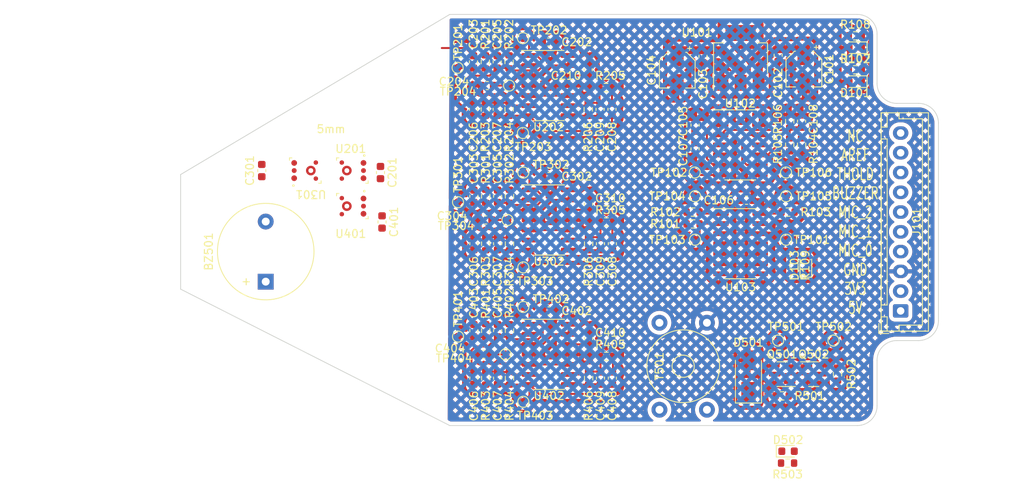
<source format=kicad_pcb>
(kicad_pcb (version 20211014) (generator pcbnew)
  (layers (0 "F.Cu" signal) (31 "B.Cu" signal) (34 "B.Paste" user) (35 "F.Paste" user) (36 "B.SilkS" user "B.Silkscreen") (37 "F.SilkS" user "F.Silkscreen") (38 "B.Mask" user) (39 "F.Mask" user) (44 "Edge.Cuts" user))
  (net 0 "")
  (net 1 "Net-(BZ501-Pad1)")
  (net 2 "Net-(BZ501-Pad2)")
  (net 3 "+5V")
  (net 4 "GND")
  (net 5 "+3V3")
  (net 6 "OPERATING_POINT")
  (net 7 "Net-(C108-Pad1)")
  (net 8 "Net-(C203-Pad1)")
  (net 9 "Net-(C203-Pad2)")
  (net 10 "Net-(C204-Pad2)")
  (net 11 "Net-(C205-Pad1)")
  (net 12 "Net-(C205-Pad2)")
  (net 13 "Net-(C206-Pad2)")
  (net 14 "Net-(C207-Pad1)")
  (net 15 "Net-(C207-Pad2)")
  (net 16 "Net-(C208-Pad2)")
  (net 17 "Net-(C209-Pad1)")
  (net 18 "MIC_0")
  (net 19 "Net-(C303-Pad1)")
  (net 20 "Net-(C303-Pad2)")
  (net 21 "Net-(C304-Pad2)")
  (net 22 "Net-(C305-Pad1)")
  (net 23 "Net-(C305-Pad2)")
  (net 24 "Net-(C306-Pad2)")
  (net 25 "Net-(C307-Pad1)")
  (net 26 "Net-(C307-Pad2)")
  (net 27 "Net-(C308-Pad2)")
  (net 28 "Net-(C309-Pad1)")
  (net 29 "MIC_1")
  (net 30 "Net-(C403-Pad1)")
  (net 31 "Net-(C403-Pad2)")
  (net 32 "Net-(C404-Pad2)")
  (net 33 "Net-(C405-Pad1)")
  (net 34 "Net-(C405-Pad2)")
  (net 35 "Net-(C406-Pad2)")
  (net 36 "Net-(C407-Pad1)")
  (net 37 "Net-(C407-Pad2)")
  (net 38 "Net-(C408-Pad2)")
  (net 39 "Net-(C409-Pad1)")
  (net 40 "MIC_2")
  (net 41 "Net-(D501-Pad1)")
  (net 42 "OUT_0")
  (net 43 "OUT_1")
  (net 44 "OUT_2")
  (net 45 "PIEZO")
  (net 46 "THRESHOLD_MCU")
  (net 47 "AREF")
  (net 49 "Net-(D101-Pad1)")
  (net 50 "THRESHOLD_OP")
  (net 51 "Net-(U102-Pad1)")
  (net 52 "Net-(U102-Pad12)")
  (net 55 "Net-(D102-Pad1)")
  (net 56 "Net-(D103-Pad1)")
  (net 57 "Net-(D502-Pad1)")
  (net 58 "Net-(R501-Pad2)")
  (net 59 "Net-(Q502-Pad1)")
  (net 60 "Net-(Q502-Pad3)")
  (footprint "Capacitor_SMD:C_0603_1608Metric" (layer "F.Cu") (at 189.05 55 90)
    (fp_text reference "C310")
    (fp_text value "100n")
  )
  (footprint "Capacitor_SMD:C_0603_1608Metric" (layer "F.Cu") (at 174.5 37 -90)
    (fp_text reference "C203")
    (fp_text value "C_Small")
  )
  (footprint "Resistor_SMD:R_0603_1608Metric" (layer "F.Cu") (at 213.5 79.25 180)
    (fp_text reference "R501")
    (fp_text value "220R")
  )
  (footprint "Resistor_SMD:R_0603_1608Metric" (layer "F.Cu") (at 189.05 60 -90)
    (fp_text reference "R306")
    (fp_text value "R_Small")
  )
  (footprint "Resistor_SMD:R_0603_1608Metric" (layer "F.Cu") (at 214.19 87.75 180)
    (fp_text reference "R503")
    (fp_text value "1k")
  )
  (footprint "Package_TO_SOT_SMD:SOT-23" (layer "F.Cu") (at 213.5 76.5 180)
    (fp_text reference "Q501")
    (fp_text value "Q_PNP_BCE")
  )
  (footprint "LED_SMD:LED_0603_1608Metric" (layer "F.Cu") (at 222.75 35.21 180)
    (fp_text reference "D102")
    (fp_text value "3V3")
  )
  (footprint "Capacitor_SMD:C_0603_1608Metric" (layer "F.Cu") (at 190.55 77 -90)
    (fp_text reference "C409")
    (fp_text value "C_Small")
  )
  (footprint "Capacitor_SMD:CP_Elec_4x3" (layer "F.Cu") (at 200.25 38.05 -90)
    (fp_text reference "C104")
    (fp_text value "10u")
  )
  (footprint "Resistor_SMD:R_0603_1608Metric" (layer "F.Cu") (at 191.25 40.25 180)
    (fp_text reference "R205")
    (fp_text value "R_Small")
  )
  (footprint "Capacitor_SMD:C_0603_1608Metric" (layer "F.Cu") (at 184.05 68.5)
    (fp_text reference "C402")
    (fp_text value "100n")
  )
  (footprint "Transformer_THT:Transformer_Toroid_Horizontal_D9.0mm_Amidon-T30" (layer "F.Cu") (at 198 70 -90)
    (fp_text reference "T501")
    (fp_text value "Transformer_1P_1S")
  )
  (footprint "Package_TO_SOT_SMD:SOT-23" (layer "F.Cu") (at 217.5 76.5)
    (fp_text reference "Q502")
    (fp_text value "BC848")
  )
  (footprint "Capacitor_SMD:CP_Elec_4x3" (layer "F.Cu") (at 216.25 37.9125 -90)
    (fp_text reference "C101")
    (fp_text value "10u")
  )
  (footprint "Package_TO_SOT_SMD:SOT-223-3_TabPin2" (layer "F.Cu") (at 208.25 36.5 90)
    (fp_text reference "U101")
    (fp_text value "LM1117-3.3")
  )
  (footprint "Capacitor_SMD:C_0603_1608Metric" (layer "F.Cu") (at 190.5 43 -90)
    (fp_text reference "C209")
    (fp_text value "C_Small")
  )
  (footprint "Resistor_SMD:R_0603_1608Metric" (layer "F.Cu") (at 220.5 76.5 90)
    (fp_text reference "R502")
    (fp_text value "2.2k")
  )
  (footprint "Resistor_SMD:R_0603_1608Metric" (layer "F.Cu") (at 179.05 54 -90)
    (fp_text reference "R302")
    (fp_text value "R_Small")
  )
  (footprint "Capacitor_SMD:C_0603_1608Metric" (layer "F.Cu") (at 213 36.1625 -90)
    (fp_text reference "C102")
    (fp_text value "100n")
  )
  (footprint "Capacitor_SMD:C_0603_1608Metric" (layer "F.Cu") (at 176.25 40)
    (fp_text reference "C204")
    (fp_text value "1n")
  )
  (footprint "Capacitor_SMD:C_0603_1608Metric" (layer "F.Cu") (at 177.5 37 -90)
    (fp_text reference "C205")
    (fp_text value "C_Small")
  )
  (footprint "Capacitor_SMD:C_0603_1608Metric" (layer "F.Cu") (at 177.5 43 -90)
    (fp_text reference "C207")
    (fp_text value "C_Small")
  )
  (footprint "Resistor_SMD:R_0603_1608Metric" (layer "F.Cu") (at 214.46 44.5 90)
    (fp_text reference "R106")
    (fp_text value "100k")
  )
  (footprint "Capacitor_SMD:C_0603_1608Metric" (layer "F.Cu") (at 177.55 54 -90)
    (fp_text reference "C305")
    (fp_text value "C_Small")
  )
  (footprint "Resistor_SMD:R_0603_1608Metric" (layer "F.Cu") (at 202.25 56)
    (fp_text reference "R102")
    (fp_text value "100k")
  )
  (footprint "Resistor_SMD:R_0603_1608Metric" (layer "F.Cu") (at 176 43 90)
    (fp_text reference "R203")
    (fp_text value "500R")
  )
  (footprint "Capacitor_SMD:C_0603_1608Metric" (layer "F.Cu") (at 202.5 48 -90)
    (fp_text reference "C107")
    (fp_text value "100n")
  )
  (footprint "Resistor_SMD:R_0603_1608Metric" (layer "F.Cu") (at 179 37 -90)
    (fp_text reference "R202")
    (fp_text value "R_Small")
  )
  (footprint "TestPoint:TestPoint_Pad_D1.0mm" (layer "F.Cu") (at 214 51)
    (fp_text reference "TP106")
    (fp_text value "TestPoint")
  )
  (footprint "Capacitor_SMD:C_0603_1608Metric" (layer "F.Cu") (at 184 34.5)
    (fp_text reference "C202")
    (fp_text value "100n")
  )
  (footprint "LED_SMD:LED_0603_1608Metric" (layer "F.Cu") (at 222.75 39.5 180)
    (fp_text reference "D101")
    (fp_text value "5V")
  )
  (footprint "Capacitor_SMD:C_0603_1608Metric" (layer "F.Cu") (at 147.75 50.75 -90)
    (fp_text reference "C301")
    (fp_text value "100n")
  )
  (footprint "TestPoint:TestPoint_Pad_D1.0mm" (layer "F.Cu") (at 178.8 57)
    (fp_text reference "TP304")
    (fp_text value "TestPoint")
  )
  (footprint "LED_SMD:LED_0603_1608Metric" (layer "F.Cu") (at 214.25 86.25)
    (fp_text reference "D502")
    (fp_text value "BLUE")
  )
  (footprint "Capacitor_SMD:C_0603_1608Metric" (layer "F.Cu") (at 192.05 77 90)
    (fp_text reference "C408")
    (fp_text value "C_Small")
  )
  (footprint "Capacitor_SMD:C_0603_1608Metric" (layer "F.Cu") (at 177.55 71 -90)
    (fp_text reference "C405")
    (fp_text value "C_Small")
  )
  (footprint "Capacitor_SMD:C_0603_1608Metric" (layer "F.Cu") (at 190.55 60 -90)
    (fp_text reference "C309")
    (fp_text value "C_Small")
  )
  (footprint "Resistor_SMD:R_0603_1608Metric" (layer "F.Cu") (at 215.96 47.5 -90)
    (fp_text reference "R104")
    (fp_text value "100k")
  )
  (footprint "Resistor_SMD:R_0603_1608Metric" (layer "F.Cu") (at 214.46 47.5 90)
    (fp_text reference "R105")
    (fp_text value "100k")
  )
  (footprint "Resistor_SMD:R_0603_1608Metric" (layer "F.Cu") (at 179 43 -90)
    (fp_text reference "R204")
    (fp_text value "R_Small")
  )
  (footprint "Package_SO:SOIC-14_3.9x8.7mm_P1.27mm" (layer "F.Cu") (at 184.05 74)
    (fp_text reference "U402")
    (fp_text value "MCP6L04x-xSL")
  )
  (footprint "Capacitor_SMD:C_0603_1608Metric" (layer "F.Cu") (at 176.05 57)
    (fp_text reference "C304")
    (fp_text value "1n")
  )
  (footprint "Package_SO:SOIC-14_3.9x8.7mm_P1.27mm" (layer "F.Cu") (at 208.21 47.5)
    (fp_text reference "U102")
    (fp_text value "MCP6L04x-xSL")
  )
  (footprint "Capacitor_SMD:C_0603_1608Metric" (layer "F.Cu") (at 174.55 77 -90)
    (fp_text reference "C406")
    (fp_text value "C_Small")
  )
  (footprint "Resistor_SMD:R_0603_1608Metric" (layer "F.Cu") (at 176.05 71 90)
    (fp_text reference "R401")
    (fp_text value "500R")
  )
  (footprint "Resistor_SMD:R_0603_1608Metric" (layer "F.Cu") (at 214.25 56 180)
    (fp_text reference "R103")
    (fp_text value "100k")
  )
  (footprint "Resistor_SMD:R_0603_1608Metric" (layer "F.Cu") (at 222.75 38)
    (fp_text reference "R107")
    (fp_text value "4.7k")
  )
  (footprint "TestPoint:TestPoint_Pad_D1.0mm" (layer "F.Cu") (at 172.55 54.75)
    (fp_text reference "TP301")
    (fp_text value "TestPoint")
  )
  (footprint "TestPoint:TestPoint_Pad_D1.0mm" (layer "F.Cu") (at 178.55 74)
    (fp_text reference "TP404")
    (fp_text value "TestPoint")
  )
  (footprint "Capacitor_SMD:C_0603_1608Metric" (layer "F.Cu") (at 175.8 74)
    (fp_text reference "C404")
    (fp_text value "1n")
  )
  (footprint "TestPoint:TestPoint_Pad_D1.0mm" (layer "F.Cu") (at 180.8 80)
    (fp_text reference "TP403")
    (fp_text value "TestPoint")
  )
  (footprint "Resistor_SMD:R_0603_1608Metric" (layer "F.Cu") (at 191.3 74.25 180)
    (fp_text reference "R405")
    (fp_text value "R_Small")
  )
  (footprint "Capacitor_SMD:C_0603_1608Metric" (layer "F.Cu") (at 203.5 36.3 -90)
    (fp_text reference "C103")
    (fp_text value "100n")
  )
  (footprint "Capacitor_SMD:C_0603_1608Metric" (layer "F.Cu") (at 189.05 72 90)
    (fp_text reference "C410")
    (fp_text value "100n")
  )
  (footprint "Capacitor_SMD:C_0603_1608Metric" (layer "F.Cu") (at 192.05 60 90)
    (fp_text reference "C308")
    (fp_text value "C_Small")
  )
  (footprint "Capacitor_SMD:C_0603_1608Metric" (layer "F.Cu") (at 177.55 60 -90)
    (fp_text reference "C307")
    (fp_text value "C_Small")
  )
  (footprint "Package_SO:SOIC-14_3.9x8.7mm_P1.27mm" (layer "F.Cu") (at 184.05 57)
    (fp_text reference "U302")
    (fp_text value "MCP6L04x-xSL")
  )
  (footprint "TestPoint:TestPoint_Pad_D1.0mm" (layer "F.Cu") (at 202.5 54)
    (fp_text reference "TP104")
    (fp_text value "TestPoint")
  )
  (footprint "TestPoint:TestPoint_Pad_D1.0mm" (layer "F.Cu") (at 180.8 68)
    (fp_text reference "TP402")
    (fp_text value "TestPoint")
  )
  (footprint "Resistor_SMD:R_0603_1608Metric" (layer "F.Cu") (at 176.05 77 90)
    (fp_text reference "R403")
    (fp_text value "500R")
  )
  (footprint "TestPoint:TestPoint_Pad_D1.0mm" (layer "F.Cu") (at 180.8 63)
    (fp_text reference "TP303")
    (fp_text value "TestPoint")
  )
  (footprint "Buzzer_Beeper:Buzzer_12x9.5RM7.6" (layer "F.Cu") (at 148.25 64.8 90)
    (fp_text reference "BZ501")
    (fp_text value "Buzzer")
  )
  (footprint "Capacitor_SMD:C_0603_1608Metric" (layer "F.Cu") (at 189 38 90)
    (fp_text reference "C210")
    (fp_text value "100n")
  )
  (footprint "TestPoint:TestPoint_Pad_D1.0mm" (layer "F.Cu") (at 214 59.5)
    (fp_text reference "TP101")
    (fp_text value "TestPoint")
  )
  (footprint "Capacitor_SMD:C_0603_1608Metric" (layer "F.Cu") (at 184.05 51.5)
    (fp_text reference "C302")
    (fp_text value "100n")
  )
  (footprint "Package_SO:SOIC-14_3.9x8.7mm_P1.27mm" (layer "F.Cu") (at 208.25 60)
    (fp_text reference "U103")
    (fp_text value "LM239D")
  )
  (footprint "Resistor_SMD:R_0603_1608Metric" (layer "F.Cu") (at 176.05 54 90)
    (fp_text reference "R301")
    (fp_text value "500R")
  )
  (footprint "TestPoint:TestPoint_Pad_D1.0mm" (layer "F.Cu") (at 213 72.25 -90)
    (fp_text reference "TP501")
    (fp_text value "TestPoint")
  )
  (footprint "Capacitor_SMD:C_0603_1608Metric" (layer "F.Cu") (at 174.55 60 -90)
    (fp_text reference "C306")
    (fp_text value "C_Small")
  )
  (footprint "Resistor_SMD:R_0603_1608Metric" (layer "F.Cu") (at 222.75 33.71)
    (fp_text reference "R108")
    (fp_text value "2.2k")
  )
  (footprint "Capacitor_SMD:C_0603_1608Metric" (layer "F.Cu") (at 177.55 77 -90)
    (fp_text reference "C407")
    (fp_text value "C_Small")
  )
  (footprint "SPU0410:SPU0410LR5H-QB" (layer "F.Cu") (at 153.95 50.75 90)
    (fp_text reference "U301")
    (fp_text value "SPU0410LR5H-QB")
  )
  (footprint "Capacitor_SMD:C_0603_1608Metric" (layer "F.Cu") (at 174.5 43 -90)
    (fp_text reference "C206")
    (fp_text value "C_Small")
  )
  (footprint "Resistor_SMD:R_0603_1608Metric" (layer "F.Cu") (at 179.05 71 -90)
    (fp_text reference "R402")
    (fp_text value "R_Small")
  )
  (footprint "TestPoint:TestPoint_Pad_D1.0mm" (layer "F.Cu") (at 180.75 34)
    (fp_text reference "TP202")
    (fp_text value "TestPoint")
  )
  (footprint "TestPoint:TestPoint_Pad_D1.0mm" (layer "F.Cu") (at 172.5 37.75)
    (fp_text reference "TP201")
    (fp_text value "TestPoint")
  )
  (footprint "LED_SMD:LED_0603_1608Metric" (layer "F.Cu") (at 216.5 62.75 90)
    (fp_text reference "D103")
    (fp_text value "THOLD")
  )
  (footprint "Resistor_SMD:R_0603_1608Metric" (layer "F.Cu") (at 189.05 77 -90)
    (fp_text reference "R406")
    (fp_text value "R_Small")
  )
  (footprint "TestPoint:TestPoint_Pad_D1.0mm" (layer "F.Cu") (at 180.8 51)
    (fp_text reference "TP302")
    (fp_text value "TestPoint")
  )
  (footprint "Resistor_SMD:R_0603_1608Metric" (layer "F.Cu") (at 191.3 57.25 180)
    (fp_text reference "R305")
    (fp_text value "R_Small")
  )
  (footprint "Capacitor_SMD:C_0603_1608Metric" (layer "F.Cu") (at 174.55 71 -90)
    (fp_text reference "C403")
    (fp_text value "C_Small")
  )
  (footprint "Capacitor_SMD:C_0603_1608Metric" (layer "F.Cu") (at 162.95 57.25 90)
    (fp_text reference "C401")
    (fp_text value "100n")
  )
  (footprint "Resistor_SMD:R_0603_1608Metric" (layer "F.Cu") (at 215 62.75 -90)
    (fp_text reference "R109")
    (fp_text value "1k")
  )
  (footprint "Resistor_SMD:R_0603_1608Metric" (layer "F.Cu") (at 189 43 -90)
    (fp_text reference "R206")
    (fp_text value "R_Small")
  )
  (footprint "TestPoint:TestPoint_Pad_D1.0mm" (layer "F.Cu") (at 180.75 46)
    (fp_text reference "TP203")
    (fp_text value "TestPoint")
  )
  (footprint "Resistor_SMD:R_0603_1608Metric" (layer "F.Cu") (at 179.05 77 -90)
    (fp_text reference "R404")
    (fp_text value "R_Small")
  )
  (footprint "Resistor_SMD:R_0603_1608Metric" (layer "F.Cu") (at 176.05 60 90)
    (fp_text reference "R303")
    (fp_text value "500R")
  )
  (footprint "TestPoint:TestPoint_Pad_D1.0mm" (layer "F.Cu") (at 220 72.25 -90)
    (fp_text reference "TP502")
    (fp_text value "TestPoint")
  )
  (footprint "Diode_SMD:D_SMA" (layer "F.Cu") (at 209.25 76.75 90)
    (fp_text reference "D501")
    (fp_text value "US1M")
  )
  (footprint "Resistor_SMD:R_0603_1608Metric" (layer "F.Cu") (at 179.05 60 -90)
    (fp_text reference "R304")
    (fp_text value "R_Small")
  )
  (footprint "SPU0410:SPU0410LR5H-QB" (layer "F.Cu") (at 158.5 50.75 -90)
    (fp_text reference "U201")
    (fp_text value "SPU0410LR5H-QB")
  )
  (footprint "Capacitor_SMD:C_0603_1608Metric" (layer "F.Cu") (at 162.75 51 90)
    (fp_text reference "C201")
    (fp_text value "100n")
  )
  (footprint "TestPoint:TestPoint_Pad_D1.0mm" (layer "F.Cu") (at 172.55 71.75)
    (fp_text reference "TP401")
    (fp_text value "TestPoint")
  )
  (footprint "Connector_JST:JST_XH_B10B-XH-A_1x10_P2.50mm_Vertical" (layer "F.Cu") (at 228.475 68.5 90)
    (fp_text reference "J101")
    (fp_text value "Conn_01x10")
  )
  (footprint "SPU0410:SPU0410LR5H-QB" (layer "F.Cu") (at 158.5 55.25 -90)
    (fp_text reference "U401")
    (fp_text value "SPU0410LR5H-QB")
  )
  (footprint "TestPoint:TestPoint_Pad_D1.0mm" (layer "F.Cu") (at 202.5 59.5)
    (fp_text reference "TP103")
    (fp_text value "TestPoint")
  )
  (footprint "TestPoint:TestPoint_Pad_D1.0mm" (layer "F.Cu") (at 179 40)
    (fp_text reference "TP204")
    (fp_text value "TestPoint")
  )
  (footprint "Capacitor_SMD:C_0603_1608Metric" (layer "F.Cu") (at 202.5 45 90)
    (fp_text reference "C105")
    (fp_text value "100n")
  )
  (footprint "TestPoint:TestPoint_Pad_D1.0mm" (layer "F.Cu") (at 202.46 51)
    (fp_text reference "TP102")
    (fp_text value "TestPoint")
  )
  (footprint "Resistor_SMD:R_0603_1608Metric" (layer "F.Cu") (at 202.25 57.5)
    (fp_text reference "R101")
    (fp_text value "100k")
  )
  (footprint "Package_SO:SOIC-14_3.9x8.7mm_P1.27mm" (layer "F.Cu") (at 184 40)
    (fp_text reference "U202")
    (fp_text value "MCP6L04x-xSL")
  )
  (footprint "TestPoint:TestPoint_Pad_D1.0mm" (layer "F.Cu") (at 214 54)
    (fp_text reference "TP105")
    (fp_text value "TestPoint")
  )
  (footprint "Capacitor_SMD:C_0603_1608Metric" (layer "F.Cu") (at 209 54.5)
    (fp_text reference "C106")
    (fp_text value "100n")
  )
  (footprint "Resistor_SMD:R_0603_1608Metric" (layer "F.Cu") (at 176 37 90)
    (fp_text reference "R201")
    (fp_text value "500R")
  )
  (footprint "Capacitor_SMD:C_0603_1608Metric" (layer "F.Cu") (at 215.96 44.5 90)
    (fp_text reference "C108")
    (fp_text value "100n")
  )
  (footprint "Capacitor_SMD:C_0603_1608Metric" (layer "F.Cu") (at 192 43 90)
    (fp_text reference "C208")
    (fp_text value "C_Small")
  )
  (footprint "Capacitor_SMD:C_0603_1608Metric" (layer "F.Cu") (at 174.55 54 -90)
    (fp_text reference "C303")
    (fp_text value "C_Small")
  )
  (gr_line (start 225.5 74.75) (end 225.5 80.5) (layer "Edge.Cuts") (width 0.1))
  (gr_line (start 228 42.25) (end 230.75 42.25) (layer "Edge.Cuts") (width 0.1))
  (gr_arc (start 225.5 74.75) (mid 226.232233 72.982233) (end 228 72.25) (layer "Edge.Cuts") (width 0.1))
  (gr_line (start 171.5 83) (end 137.5 65.75) (layer "Edge.Cuts") (width 0.1))
  (gr_line (start 137.5 65.75) (end 137.5 51.25) (layer "Edge.Cuts") (width 0.1))
  (gr_arc (start 225.5 80.5) (mid 224.767767 82.267767) (end 223 83) (layer "Edge.Cuts") (width 0.1))
  (gr_line (start 233.25 44.75) (end 233.25 69.75) (layer "Edge.Cuts") (width 0.1))
  (gr_line (start 171.5 31) (end 223 31) (layer "Edge.Cuts") (width 0.1))
  (gr_arc (start 233.25 69.75) (mid 232.517767 71.517767) (end 230.75 72.25) (layer "Edge.Cuts") (width 0.1))
  (gr_arc (start 230.75 42.25) (mid 232.517767 42.982233) (end 233.25 44.75) (layer "Edge.Cuts") (width 0.1))
  (gr_line (start 230.75 72.25) (end 228 72.25) (layer "Edge.Cuts") (width 0.1))
  (gr_line (start 223 83) (end 171.5 83) (layer "Edge.Cuts") (width 0.1))
  (gr_arc (start 228 42.25) (mid 226.232233 41.517767) (end 225.5 39.75) (layer "Edge.Cuts") (width 0.1))
  (gr_line (start 225.5 33.5) (end 225.5 39.75) (layer "Edge.Cuts") (width 0.1))
  (gr_arc (start 223 31) (mid 224.767767 31.732233) (end 225.5 33.5) (layer "Edge.Cuts") (width 0.1))
  (gr_line (start 137.5 51.25) (end 171.5 31) (layer "Edge.Cuts") (width 0.1))
  (gr_text "5mm\n" (at 156.5 45.5) (layer "F.SilkS") (effects (font (size 1 1))))
  (gr_text "NC\nAREF\nTHOLD\nBUZZER\nMIC_2\nMIC_1\nMIC_0\nGND\n3V3\n5V" (at 222.75 57.25) (layer "F.SilkS") (effects (font (size 1.5 1))))
  (segment (start 215.525 35.3875) (end 216.25 36.1125) (width 1) (layer "F.Cu") (net 3))
  (segment (start 212.766852 35.3875) (end 213 35.3875) (width 1) (layer "F.Cu") (net 3))
  (segment (start 213 35.3875) (end 215.525 35.3875) (width 1) (layer "F.Cu") (net 3))
  (segment (start 210.55 37.604352) (end 212.766852 35.3875) (width 1) (layer "F.Cu") (net 3))
  (segment (start 210.55 39.65) (end 210.55 37.604352) (width 1) (layer "F.Cu") (net 3))
  (segment (start 208.25 37.75) (end 208.25 39.65) (width 1) (layer "F.Cu") (net 5))
  (segment (start 206.025 35.525) (end 208.25 37.75) (width 1) (layer "F.Cu") (net 5))
  (segment (start 203.5 35.525) (end 200.975 35.525) (width 1) (layer "F.Cu") (net 5))
  (segment (start 200.975 35.525) (end 200.25 36.25) (width 1) (layer "F.Cu") (net 5))
  (segment (start 203.5 35.525) (end 206.025 35.525) (width 1) (layer "F.Cu") (net 5))
  (segment (start 186.525 55.73) (end 189.005 55.73) (width 0.25) (layer "F.Cu") (net 6))
  (segment (start 204 48.725) (end 204 49.25) (width 0.25) (layer "F.Cu") (net 6))
  (segment (start 202.5 47.225) (end 204 48.725) (width 0.25) (layer "F.Cu") (net 6))
  (segment (start 189.005 72.73) (end 186.525 72.73) (width 0.25) (layer "F.Cu") (net 6))
  (segment (start 202.46 51) (end 202.77 51.31) (width 0.25) (layer "F.Cu") (net 6))
  (segment (start 204.79 50.04) (end 205.735 50.04) (width 0.25) (layer "F.Cu") (net 6))
  (segment (start 189.05 72.775) (end 189.005 72.73) (width 0.25) (layer "F.Cu") (net 6))
  (segment (start 205.735 51.31) (end 205.735 50.04) (width 0.25) (layer "F.Cu") (net 6))
  (segment (start 188.955 38.73) (end 189 38.775) (width 0.25) (layer "F.Cu") (net 6))
  (segment (start 202.77 51.31) (end 205.735 51.31) (width 0.25) (layer "F.Cu") (net 6))
  (segment (start 186.475 38.73) (end 188.955 38.73) (width 0.25) (layer "F.Cu") (net 6))
  (segment (start 189.005 55.73) (end 189.05 55.775) (width 0.25) (layer "F.Cu") (net 6))
  (segment (start 204 49.25) (end 204.79 50.04) (width 0.25) (layer "F.Cu") (net 6))
  (segment (start 215.96 45.275) (end 214.51 45.275) (width 0.25) (layer "F.Cu") (net 7))
  (segment (start 206.36 45.605) (end 214.18 45.605) (width 0.25) (layer "F.Cu") (net 7))
  (segment (start 214.51 45.275) (end 214.46 45.325) (width 0.25) (layer "F.Cu") (net 7))
  (segment (start 214.18 45.605) (end 214.46 45.325) (width 0.25) (layer "F.Cu") (net 7))
  (segment (start 214.46 46.675) (end 214.46 45.325) (width 0.25) (layer "F.Cu") (net 7))
  (segment (start 205.735 46.23) (end 206.36 45.605) (width 0.25) (layer "F.Cu") (net 7))
  (segment (start 173.5 35.25) (end 170.5 35.25) (width 0.25) (layer "F.Cu") (net 8))
  (segment (start 174.5 36.225) (end 174.475 36.225) (width 0.25) (layer "F.Cu") (net 8))
  (segment (start 174.475 36.225) (end 173.5 35.25) (width 0.25) (layer "F.Cu") (net 8))
  (segment (start 174.55 37.825) (end 174.5 37.775) (width 0.25) (layer "F.Cu") (net 9))
  (segment (start 176 37.825) (end 174.55 37.825) (width 0.25) (layer "F.Cu") (net 9))
  (segment (start 172.5 37.75) (end 172.525 37.775) (width 0.25) (layer "F.Cu") (net 9))
  (segment (start 172.525 37.775) (end 174.5 37.775) (width 0.25) (layer "F.Cu") (net 9))
  (segment (start 179 40) (end 180.27 41.27) (width 0.25) (layer "F.Cu") (net 10))
  (segment (start 183.27 38.73) (end 184.54 37.46) (width 0.25) (layer "F.Cu") (net 10))
  (segment (start 181.525 38.73) (end 183.27 38.73) (width 0.25) (layer "F.Cu") (net 10))
  (segment (start 180.27 41.27) (end 181.525 41.27) (width 0.25) (layer "F.Cu") (net 10))
  (segment (start 181.525 41.27) (end 186.475 41.27) (width 0.25) (layer "F.Cu") (net 10))
  (segment (start 184.54 37.46) (end 186.475 37.46) (width 0.25) (layer "F.Cu") (net 10))
  (segment (start 186.475 36.19) (end 186.475 37.46) (width 0.25) (layer "F.Cu") (net 10))
  (segment (start 181.525 38.73) (end 180.27 38.73) (width 0.25) (layer "F.Cu") (net 10))
  (segment (start 179 40) (end 177.025 40) (width 0.25) (layer "F.Cu") (net 10))
  (segment (start 180.27 38.73) (end 179 40) (width 0.25) (layer "F.Cu") (net 10))
  (segment (start 180.285 37.46) (end 179 36.175) (width 0.25) (layer "F.Cu") (net 11))
  (segment (start 179 36.175) (end 176 36.175) (width 0.25) (layer "F.Cu") (net 11))
  (segment (start 177.535 36.19) (end 177.5 36.225) (width 0.25) (layer "F.Cu") (net 11))
  (segment (start 181.525 37.46) (end 180.285 37.46) (width 0.25) (layer "F.Cu") (net 11))
  (segment (start 179 37.825) (end 179.26 38.085) (width 0.25) (layer "F.Cu") (net 12))
  (segment (start 182.715 38.085) (end 183.05 37.75) (width 0.25) (layer "F.Cu") (net 12))
  (segment (start 183.05 37.75) (end 183.05 36.75) (width 0.25) (layer "F.Cu") (net 12))
  (segment (start 173.05 41.5) (end 173.775 42.225) (width 0.25) (layer "F.Cu") (net 12))
  (segment (start 173.05 39.75) (end 173.05 41.5) (width 0.25) (layer "F.Cu") (net 12))
  (segment (start 178.95 37.775) (end 179 37.825) (width 0.25) (layer "F.Cu") (net 12))
  (segment (start 180.75 34) (end 181.525 34.775) (width 0.25) (layer "F.Cu") (net 12))
  (segment (start 177.5 37.775) (end 178.95 37.775) (width 0.25) (layer "F.Cu") (net 12))
  (segment (start 179.26 38.085) (end 182.715 38.085) (width 0.25) (layer "F.Cu") (net 12))
  (segment (start 182.49 36.19) (end 181.525 36.19) (width 0.25) (layer "F.Cu") (net 12))
  (segment (start 176.525 38.75) (end 174.05 38.75) (width 0.25) (layer "F.Cu") (net 12))
  (segment (start 181.525 34.775) (end 181.525 36.19) (width 0.25) (layer "F.Cu") (net 12))
  (segment (start 174.05 38.75) (end 173.05 39.75) (width 0.25) (layer "F.Cu") (net 12))
  (segment (start 183.05 36.75) (end 182.49 36.19) (width 0.25) (layer "F.Cu") (net 12))
  (segment (start 177.5 37.775) (end 176.525 38.75) (width 0.25) (layer "F.Cu") (net 12))
  (segment (start 173.775 42.225) (end 174.5 42.225) (width 0.25) (layer "F.Cu") (net 12))
  (segment (start 176 43.825) (end 174.55 43.825) (width 0.25) (layer "F.Cu") (net 13))
  (segment (start 174.55 43.825) (end 174.5 43.775) (width 0.25) (layer "F.Cu") (net 13))
  (segment (start 176 42.175) (end 179 42.175) (width 0.25) (layer "F.Cu") (net 14))
  (segment (start 181.525 42.54) (end 179.365 42.54) (width 0.25) (layer "F.Cu") (net 14))
  (segment (start 179.365 42.54) (end 179 42.175) (width 0.25) (layer "F.Cu") (net 14))
  (segment (start 181.525 43.81) (end 177.535 43.81) (width 0.25) (layer "F.Cu") (net 15))
  (segment (start 180.75 46) (end 181.525 45.225) (width 0.25) (layer "F.Cu") (net 15))
  (segment (start 177.535 43.81) (end 177.5 43.775) (width 0.25) (layer "F.Cu") (net 15))
  (segment (start 192 44.75) (end 191 45.75) (width 0.25) (layer "F.Cu") (net 15))
  (segment (start 191 45.75) (end 183.465 45.75) (width 0.25) (layer "F.Cu") (net 15))
  (segment (start 192 43.775) (end 192 44.75) (width 0.25) (layer "F.Cu") (net 15))
  (segment (start 181.525 45.225) (end 181.525 43.81) (width 0.25) (layer "F.Cu") (net 15))
  (segment (start 183.465 45.75) (end 181.525 43.81) (width 0.25) (layer "F.Cu") (net 15))
  (segment (start 192 40.325) (end 192.075 40.25) (width 0.25) (layer "F.Cu") (net 16))
  (segment (start 192 42.225) (end 192 40.325) (width 0.25) (layer "F.Cu") (net 16))
  (segment (start 186.475 42.54) (end 188.635 42.54) (width 0.25) (layer "F.Cu") (net 17))
  (segment (start 189 42.175) (end 190.45 42.175) (width 0.25) (layer "F.Cu") (net 17))
  (segment (start 188.635 42.54) (end 189 42.175) (width 0.25) (layer "F.Cu") (net 17))
  (segment (start 190.425 40.25) (end 190.425 42.15) (width 0.25) (layer "F.Cu") (net 17))
  (segment (start 190.45 42.175) (end 190.5 42.225) (width 0.25) (layer "F.Cu") (net 17))
  (segment (start 190.425 42.15) (end 190.5 42.225) (width 0.25) (layer "F.Cu") (net 17))
  (segment (start 190.45 43.825) (end 190.5 43.775) (width 0.25) (layer "F.Cu") (net 18))
  (segment (start 188.985 43.81) (end 189 43.825) (width 0.25) (layer "F.Cu") (net 18))
  (segment (start 189 43.825) (end 190.45 43.825) (width 0.25) (layer "F.Cu") (net 18))
  (segment (start 186.475 43.81) (end 188.985 43.81) (width 0.25) (layer "F.Cu") (net 18))
  (segment (start 175.975 54.75) (end 172.55 54.75) (width 0.25) (layer "F.Cu") (net 20))
  (segment (start 176.05 54.825) (end 175.975 54.75) (width 0.25) (layer "F.Cu") (net 20))
  (segment (start 178.8 57) (end 180.07 55.73) (width 0.25) (layer "F.Cu") (net 21))
  (segment (start 183.27 55.73) (end 184.54 54.46) (width 0.25) (layer "F.Cu") (net 21))
  (segment (start 176.825 57) (end 178.8 57) (width 0.25) (layer "F.Cu") (net 21))
  (segment (start 181.575 58.27) (end 186.525 58.27) (width 0.25) (layer "F.Cu") (net 21))
  (segment (start 186.525 54.46) (end 186.525 53.19) (width 0.25) (layer "F.Cu") (net 21))
  (segment (start 180.07 58.27) (end 181.575 58.27) (width 0.25) (layer "F.Cu") (net 21))
  (segment (start 184.54 54.46) (end 186.525 54.46) (width 0.25) (layer "F.Cu") (net 21))
  (segment (start 181.575 55.73) (end 183.27 55.73) (width 0.25) (layer "F.Cu") (net 21))
  (segment (start 180.07 55.73) (end 181.575 55.73) (width 0.25) (layer "F.Cu") (net 21))
  (segment (start 178.8 57) (end 180.07 58.27) (width 0.25) (layer "F.Cu") (net 21))
  (segment (start 179.05 53.175) (end 180.335 54.46) (width 0.25) (layer "F.Cu") (net 22))
  (segment (start 180.335 54.46) (end 181.575 54.46) (width 0.25) (layer "F.Cu") (net 22))
  (segment (start 176.05 53.175) (end 179.05 53.175) (width 0.25) (layer "F.Cu") (net 22))
  (segment (start 181.575 51.775) (end 181.575 53.19) (width 0.25) (layer "F.Cu") (net 23))
  (segment (start 183 53.75) (end 182.44 53.19) (width 0.25) (layer "F.Cu") (net 23))
  (segment (start 177.6 54.825) (end 177.55 54.775) (width 0.25) (layer "F.Cu") (net 23))
  (segment (start 180.8 51) (end 181.575 51.775) (width 0.25) (layer "F.Cu") (net 23))
  (segment (start 183 54.681751) (end 183 53.75) (width 0.25) (layer "F.Cu") (net 23))
  (segment (start 179.33 55.105) (end 182.576751 55.105) (width 0.25) (layer "F.Cu") (net 23))
  (segment (start 182.44 53.19) (end 181.575 53.19) (width 0.25) (layer "F.Cu") (net 23))
  (segment (start 182.576751 55.105) (end 183 54.681751) (width 0.25) (layer "F.Cu") (net 23))
  (segment (start 179.05 54.825) (end 177.6 54.825) (width 0.25) (layer "F.Cu") (net 23))
  (segment (start 179.05 54.825) (end 179.33 55.105) (width 0.25) (layer "F.Cu") (net 23))
  (segment (start 177.55 59.225) (end 179 59.225) (width 0.25) (layer "F.Cu") (net 25))
  (segment (start 176.05 59.175) (end 177.5 59.175) (width 0.25) (layer "F.Cu") (net 25))
  (segment (start 179.415 59.54) (end 181.575 59.54) (width 0.25) (layer "F.Cu") (net 25))
  (segment (start 177.5 59.175) (end 177.55 59.225) (width 0.25) (layer "F.Cu") (net 25))
  (segment (start 179.05 59.175) (end 179.415 59.54) (width 0.25) (layer "F.Cu") (net 25))
  (segment (start 179 59.225) (end 179.05 59.175) (width 0.25) (layer "F.Cu") (net 25))
  (segment (start 182.315 61.55) (end 181.575 60.81) (width 0.25) (layer "F.Cu") (net 26))
  (segment (start 192.05 60.775) (end 191.275 61.55) (width 0.25) (layer "F.Cu") (net 26))
  (segment (start 181.575 60.81) (end 179.065 60.81) (width 0.25) (layer "F.Cu") (net 26))
  (segment (start 191.275 61.55) (end 182.315 61.55) (width 0.25) (layer "F.Cu") (net 26))
  (segment (start 180.8 63) (end 181.575 62.225) (width 0.25) (layer "F.Cu") (net 26))
  (segment (start 179.05 60.825) (end 177.6 60.825) (width 0.25) (layer "F.Cu") (net 26))
  (segment (start 181.575 62.225) (end 181.575 60.81) (width 0.25) (layer "F.Cu") (net 26))
  (segment (start 177.6 60.825) (end 177.55 60.775) (width 0.25) (layer "F.Cu") (net 26))
  (segment (start 179.065 60.81) (end 179.05 60.825) (width 0.25) (layer "F.Cu") (net 26))
  (segment (start 192.05 59.225) (end 192.05 57.325) (width 0.25) (layer "F.Cu") (net 27))
  (segment (start 192.05 57.325) (end 192.125 57.25) (width 0.25) (layer "F.Cu") (net 27))
  (segment (start 189.05 59.175) (end 190.5 59.175) (width 0.25) (layer "F.Cu") (net 28))
  (segment (start 190.55 59.225) (end 190.55 57.325) (width 0.25) (layer "F.Cu") (net 28))
  (segment (start 190.5 59.175) (end 190.55 59.225) (width 0.25) (layer "F.Cu") (net 28))
  (segment (start 186.525 59.54) (end 188.685 59.54) (width 0.25) (layer "F.Cu") (net 28))
  (segment (start 188.685 59.54) (end 189.05 59.175) (width 0.25) (layer "F.Cu") (net 28))
  (segment (start 190.55 57.325) (end 190.475 57.25) (width 0.25) (layer "F.Cu") (net 28))
  (segment (start 189.05 60.825) (end 190.5 60.825) (width 0.25) (layer "F.Cu") (net 29))
  (segment (start 189.035 60.81) (end 189.05 60.825) (width 0.25) (layer "F.Cu") (net 29))
  (segment (start 186.525 60.81) (end 189.035 60.81) (width 0.25) (layer "F.Cu") (net 29))
  (segment (start 190.5 60.825) (end 190.55 60.775) (width 0.25) (layer "F.Cu") (net 29))
  (segment (start 176.05 71.825) (end 174.6 71.825) (width 0.25) (layer "F.Cu") (net 31))
  (segment (start 174.6 71.825) (end 174.55 71.775) (width 0.25) (layer "F.Cu") (net 31))
  (segment (start 174.55 71.775) (end 172.575 71.775) (width 0.25) (layer "F.Cu") (net 31))
  (segment (start 172.575 71.775) (end 172.55 71.75) (width 0.25) (layer "F.Cu") (net 31))
  (segment (start 183.27 72.73) (end 184.54 71.46) (width 0.25) (layer "F.Cu") (net 32))
  (segment (start 179.82 75.27) (end 181.575 75.27) (width 0.25) (layer "F.Cu") (net 32))
  (segment (start 181.575 75.27) (end 186.525 75.27) (width 0.25) (layer "F.Cu") (net 32))
  (segment (start 176.575 74) (end 178.55 74) (width 0.25) (layer "F.Cu") (net 32))
  (segment (start 178.55 74) (end 179.82 72.73) (width 0.25) (layer "F.Cu") (net 32))
  (segment (start 186.525 71.46) (end 186.525 70.19) (width 0.25) (layer "F.Cu") (net 32))
  (segment (start 184.54 71.46) (end 186.525 71.46) (width 0.25) (layer "F.Cu") (net 32))
  (segment (start 181.575 72.73) (end 183.27 72.73) (width 0.25) (layer "F.Cu") (net 32))
  (segment (start 178.55 74) (end 179.82 75.27) (width 0.25) (layer "F.Cu") (net 32))
  (segment (start 179.82 72.73) (end 181.575 72.73) (width 0.25) (layer "F.Cu") (net 32))
  (segment (start 180.335 71.46) (end 179.05 70.175) (width 0.25) (layer "F.Cu") (net 33))
  (segment (start 181.575 71.46) (end 180.335 71.46) (width 0.25) (layer "F.Cu") (net 33))
  (segment (start 179 70.225) (end 179.05 70.175) (width 0.25) (layer "F.Cu") (net 33))
  (segment (start 176.05 70.175) (end 177.5 70.175) (width 0.25) (layer "F.Cu") (net 33))
  (segment (start 177.5 70.175) (end 177.55 70.225) (width 0.25) (layer "F.Cu") (net 33))
  (segment (start 177.55 70.225) (end 179 70.225) (width 0.25) (layer "F.Cu") (net 33))
  (segment (start 181.575 68.775) (end 180.8 68) (width 0.25) (layer "F.Cu") (net 34))
  (segment (start 179.31 72.085) (end 182.665 72.085) (width 0.25) (layer "F.Cu") (net 34))
  (segment (start 182.94 70.19) (end 181.575 70.19) (width 0.25) (layer "F.Cu") (net 34))
  (segment (start 179.05 71.825) (end 179.31 72.085) (width 0.25) (layer "F.Cu") (net 34))
  (segment (start 183.25 71.5) (end 183.25 70.5) (width 0.25) (layer "F.Cu") (net 34))
  (segment (start 174.55 76.225) (end 174.25 75.925) (width 0.25) (layer "F.Cu") (net 34))
  (segment (start 174.749999 73) (end 176.325 73) (width 0.25) (layer "F.Cu") (net 34))
  (segment (start 174.25 75.925) (end 174.25 73.499999) (width 0.25) (layer "F.Cu") (net 34))
  (segment (start 174.25 73.499999) (end 174.749999 73) (width 0.25) (layer "F.Cu") (net 34))
  (segment (start 179 71.775) (end 179.05 71.825) (width 0.25) (layer "F.Cu") (net 34))
  (segment (start 176.325 73) (end 177.55 71.775) (width 0.25) (layer "F.Cu") (net 34))
  (segment (start 177.55 71.775) (end 179 71.775) (width 0.25) (layer "F.Cu") (net 34))
  (segment (start 183.25 70.5) (end 182.94 70.19) (width 0.25) (layer "F.Cu") (net 34))
  (segment (start 182.665 72.085) (end 183.25 71.5) (width 0.25) (layer "F.Cu") (net 34))
  (segment (start 181.575 70.19) (end 181.575 68.775) (width 0.25) (layer "F.Cu") (net 34))
  (segment (start 176.05 77.825) (end 174.6 77.825) (width 0.25) (layer "F.Cu") (net 35))
  (segment (start 174.6 77.825) (end 174.55 77.775) (width 0.25) (layer "F.Cu") (net 35))
  (segment (start 179.415 76.54) (end 181.575 76.54) (width 0.25) (layer "F.Cu") (net 36))
  (segment (start 179 76.225) (end 179.05 76.175) (width 0.25) (layer "F.Cu") (net 36))
  (segment (start 176.05 76.175) (end 177.5 76.175) (width 0.25) (layer "F.Cu") (net 36))
  (segment (start 177.55 76.225) (end 179 76.225) (width 0.25) (layer "F.Cu") (net 36))
  (segment (start 179.05 76.175) (end 179.415 76.54) (width 0.25) (layer "F.Cu") (net 36))
  (segment (start 177.5 76.175) (end 177.55 76.225) (width 0.25) (layer "F.Cu") (net 36))
  (segment (start 181.575 79.225) (end 181.575 77.81) (width 0.25) (layer "F.Cu") (net 37))
  (segment (start 180.8 80) (end 181.575 79.225) (width 0.25) (layer "F.Cu") (net 37))
  (segment (start 179 77.775) (end 179.05 77.825) (width 0.25) (layer "F.Cu") (net 37))
  (segment (start 192.05 77.775) (end 190.825 79) (width 0.25) (layer "F.Cu") (net 37))
  (segment (start 179.05 77.825) (end 181.56 77.825) (width 0.25) (layer "F.Cu") (net 37))
  (segment (start 177.55 77.775) (end 179 77.775) (width 0.25) (layer "F.Cu") (net 37))
  (segment (start 190.825 79) (end 182.765 79) (width 0.25) (layer "F.Cu") (net 37))
  (segment (start 182.765 79) (end 181.575 77.81) (width 0.25) (layer "F.Cu") (net 37))
  (segment (start 181.56 77.825) (end 181.575 77.81) (width 0.25) (layer "F.Cu") (net 37))
  (segment (start 192.125 74.25) (end 192.125 76.15) (width 0.25) (layer "F.Cu") (net 38))
  (segment (start 192.125 76.15) (end 192.05 76.225) (width 0.25) (layer "F.Cu") (net 38))
  (segment (start 188.685 76.54) (end 189.05 76.175) (width 0.25) (layer "F.Cu") (net 39))
  (segment (start 190.55 74.325) (end 190.475 74.25) (width 0.25) (layer "F.Cu") (net 39))
  (segment (start 189.05 76.175) (end 190.5 76.175) (width 0.25) (layer "F.Cu") (net 39))
  (segment (start 186.525 76.54) (end 188.685 76.54) (width 0.25) (layer "F.Cu") (net 39))
  (segment (start 190.55 76.225) (end 190.55 74.325) (width 0.25) (layer "F.Cu") (net 39))
  (segment (start 190.5 76.175) (end 190.55 76.225) (width 0.25) (layer "F.Cu") (net 39))
  (segment (start 190.55 77.775) (end 189.1 77.775) (width 0.25) (layer "F.Cu") (net 40))
  (segment (start 186.54 77.825) (end 186.525 77.81) (width 0.25) (layer "F.Cu") (net 40))
  (segment (start 189.1 77.775) (end 189.05 77.825) (width 0.25) (layer "F.Cu") (net 40))
  (segment (start 189.05 77.825) (end 186.54 77.825) (width 0.25) (layer "F.Cu") (net 40))
  (segment (start 202.5 59.5) (end 203.075 58.925) (width 0.25) (layer "F.Cu") (net 42))
  (segment (start 203.075 58.925) (end 203.075 57.5) (width 0.25) (layer "F.Cu") (net 42))
  (segment (start 203.115 57.46) (end 203.075 57.5) (width 0.25) (layer "F.Cu") (net 42))
  (segment (start 205.775 57.46) (end 203.115 57.46) (width 0.25) (layer "F.Cu") (net 42))
  (segment (start 203.075 54.575) (end 203.075 56) (width 0.25) (layer "F.Cu") (net 43))
  (segment (start 203.075 56) (end 203.265 56.19) (width 0.25) (layer "F.Cu") (net 43))
  (segment (start 203.265 56.19) (end 205.775 56.19) (width 0.25) (layer "F.Cu") (net 43))
  (segment (start 202.5 54) (end 203.075 54.575) (width 0.25) (layer "F.Cu") (net 43))
  (segment (start 210.725 56.19) (end 213.235 56.19) (width 0.25) (layer "F.Cu") (net 44))
  (segment (start 213.235 56.19) (end 213.425 56) (width 0.25) (layer "F.Cu") (net 44))
  (segment (start 213.425 56) (end 213.425 54.575) (width 0.25) (layer "F.Cu") (net 44))
  (segment (start 213.425 54.575) (end 214 54) (width 0.25) (layer "F.Cu") (net 44))
  (segment (start 211.77 48.77) (end 210.685 48.77) (width 0.25) (layer "F.Cu") (net 46))
  (segment (start 215.035 47.6) (end 212.86 47.6) (width 0.25) (layer "F.Cu") (net 46))
  (segment (start 212.86 47.6) (end 211.69 48.77) (width 0.25) (layer "F.Cu") (net 46))
  (segment (start 211.69 48.77) (end 210.685 48.77) (width 0.25) (layer "F.Cu") (net 46))
  (segment (start 215.96 46.675) (end 215.035 47.6) (width 0.25) (layer "F.Cu") (net 46))
  (segment (start 214 51) (end 211.77 48.77) (width 0.25) (layer "F.Cu") (net 46))
  (segment (start 210.685 43.69) (end 210.685 44.96) (width 0.25) (layer "F.Cu") (net 50))
  (segment (start 205.735 44.96) (end 205.735 43.69) (width 0.25) (layer "F.Cu") (net 51))
  (segment (start 205.735 48.77) (end 205.358249 48.77) (width 0.25) (layer "F.Cu") (net 51))
  (segment (start 205.358249 48.77) (end 204 47.411751) (width 0.25) (layer "F.Cu") (net 51))
  (segment (start 204 45.5) (end 204.54 44.96) (width 0.25) (layer "F.Cu") (net 51))
  (segment (start 204.54 44.96) (end 205.735 44.96) (width 0.25) (layer "F.Cu") (net 51))
  (segment (start 204 47.411751) (end 204 45.5) (width 0.25) (layer "F.Cu") (net 51))
  (segment (start 208.96 46.25) (end 210.665 46.25) (width 0.25) (layer "F.Cu") (net 52))
  (segment (start 209.04 50.04) (end 208.46 49.46) (width 0.25) (layer "F.Cu") (net 52))
  (segment (start 210.665 46.25) (end 210.685 46.23) (width 0.25) (layer "F.Cu") (net 52))
  (segment (start 208.46 49.46) (end 208.46 46.75) (width 0.25) (layer "F.Cu") (net 52))
  (segment (start 208.46 46.75) (end 208.96 46.25) (width 0.25) (layer "F.Cu") (net 52))
  (segment (start 210.685 51.31) (end 210.685 50.04) (width 0.25) (layer "F.Cu") (net 52))
  (segment (start 210.685 50.04) (end 209.04 50.04) (width 0.25) (layer "F.Cu") (net 52))
  (zone (net 4) (net_name "GND") (layers F&B.Cu) (connect_pads (clearance 0.508)) (min_thickness 0.254) (fill yes (mode hatch) (thermal_gap 0.508) (thermal_bridge_width 0.508) (hatch_thickness 0.5) (hatch_gap 0.5) (hatch_orientation 45) (hatch_border_algorithm hatch_thickness) (hatch_min_hole_area 0.3))
    (polygon (pts (xy 225.5 31) (xy 225.5 39.75) (xy 227.75 42.25) (xy 233.25 42.25) (xy 233.25 72.25) (xy 227.75 72.25) (xy 225.5 74.75) (xy 225.5 83) (xy 171.25 83) (xy 171.5 31)))
  )
)
</source>
